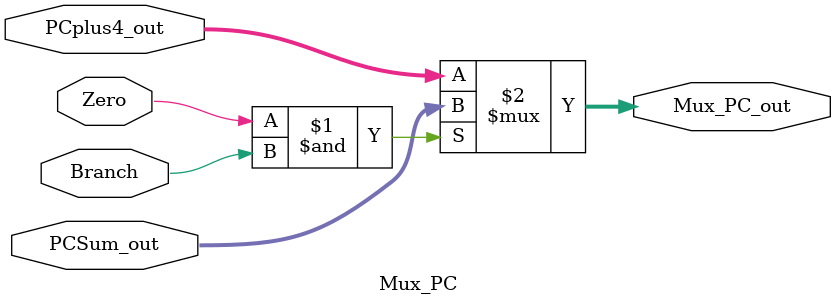
<source format=v>
module Mux_PC(
    input [31:0] PCplus4_out,
    input [31:0] PCSum_out,
    input Zero,
    input Branch,
    output [31:0] Mux_PC_out
);
    assign Mux_PC_out= (Zero&Branch)? PCSum_out: PCplus4_out;
endmodule
</source>
